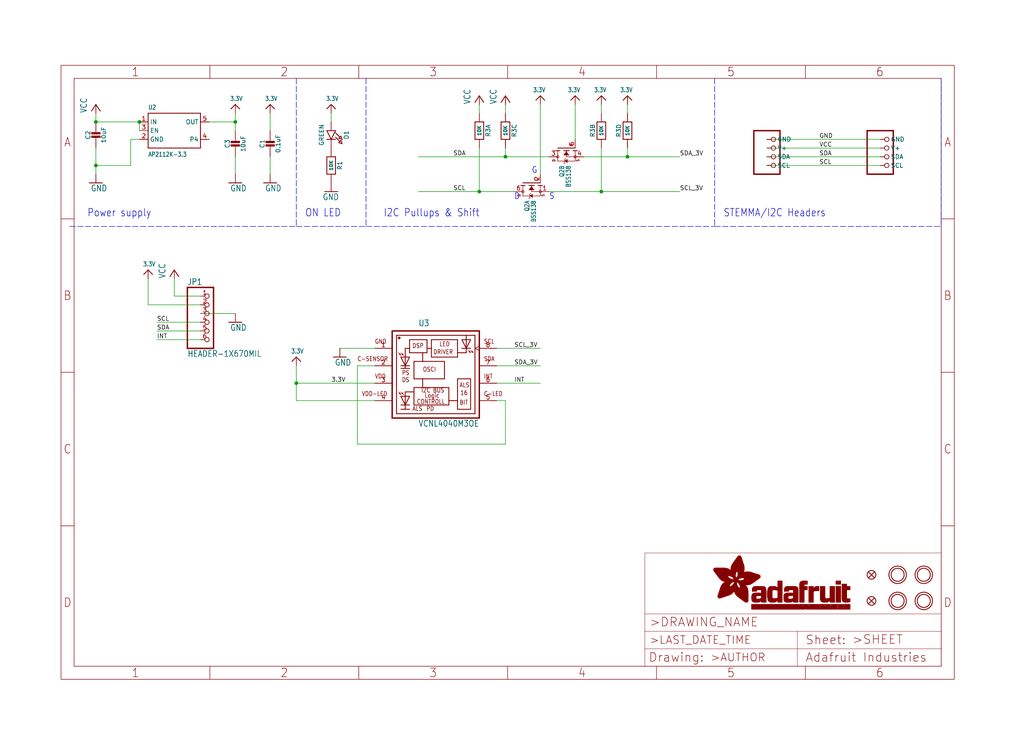
<source format=kicad_sch>
(kicad_sch (version 20211123) (generator eeschema)
  (paper "User" 298.45 217.881)
  (lib_symbols
    (symbol "eagleSchem-eagle-import:3.3V" (power)
      (property "Value" "3.3V" (at -1.524 1.016 0))
      (symbol "3.3V_1_0"
        (pin power_in line (at 0 -2.54 90) (length 2.54) (name "3.3V") (number "1"))
      )
    )
    (symbol "eagleSchem-eagle-import:CAP_CERAMIC0603_NO"
      (property "Reference" "C" (at -2.29 1.25 90))
      (property "Value" "CAP_CERAMIC0603_NO" (at 2.3 1.25 90))
      (symbol "CAP_CERAMIC0603_NO_1_0"
        (pin passive line (at 0 5.08 270) (length 2.54) (name "1") (number "1"))
        (pin passive line (at 0 -2.54 90) (length 2.54) (name "2") (number "2"))
      )
    )
    (symbol "eagleSchem-eagle-import:CAP_CERAMIC0805-NOOUTLINE"
      (property "Reference" "C" (at -2.29 1.25 90))
      (property "Value" "CAP_CERAMIC0805-NOOUTLINE" (at 2.3 1.25 90))
      (symbol "CAP_CERAMIC0805-NOOUTLINE_1_0"
        (pin passive line (at 0 5.08 270) (length 2.54) (name "1") (number "1"))
        (pin passive line (at 0 -2.54 90) (length 2.54) (name "2") (number "2"))
      )
    )
    (symbol "eagleSchem-eagle-import:FIDUCIAL_1MM")
    (symbol "eagleSchem-eagle-import:FRAME_A4_ADAFRUIT"
      (symbol "FRAME_A4_ADAFRUIT_0_0"
        (text "1" (at 21.6958 1.905 0) (effects (font (size 2.54 2.286))))
        (text "1" (at 21.6958 177.165 0) (effects (font (size 2.54 2.286))))
        (text "2" (at 65.0875 1.905 0) (effects (font (size 2.54 2.286))))
        (text "2" (at 65.0875 177.165 0) (effects (font (size 2.54 2.286))))
        (text "3" (at 108.4792 1.905 0) (effects (font (size 2.54 2.286))))
        (text "3" (at 108.4792 177.165 0) (effects (font (size 2.54 2.286))))
        (text "4" (at 151.8708 1.905 0) (effects (font (size 2.54 2.286))))
        (text "4" (at 151.8708 177.165 0) (effects (font (size 2.54 2.286))))
        (text "5" (at 195.2625 1.905 0) (effects (font (size 2.54 2.286))))
        (text "5" (at 195.2625 177.165 0) (effects (font (size 2.54 2.286))))
        (text "6" (at 238.6542 1.905 0) (effects (font (size 2.54 2.286))))
        (text "6" (at 238.6542 177.165 0) (effects (font (size 2.54 2.286))))
        (text "A" (at 1.905 156.6863 0) (effects (font (size 2.54 2.286))))
        (text "A" (at 258.445 156.6863 0) (effects (font (size 2.54 2.286))))
        (text "B" (at 1.905 111.9188 0) (effects (font (size 2.54 2.286))))
        (text "B" (at 258.445 111.9188 0) (effects (font (size 2.54 2.286))))
        (text "C" (at 1.905 67.1513 0) (effects (font (size 2.54 2.286))))
        (text "C" (at 258.445 67.1513 0) (effects (font (size 2.54 2.286))))
        (text "D" (at 1.905 22.3838 0) (effects (font (size 2.54 2.286))))
        (text "D" (at 258.445 22.3838 0) (effects (font (size 2.54 2.286))))
      )
      (symbol "FRAME_A4_ADAFRUIT_1_0"
        (text ">AUTHOR" (at 189.23 5.08 0) (effects (font (size 2.286 2.286)) (justify left bottom)))
        (text ">DRAWING_NAME" (at 171.45 15.24 0) (effects (font (size 2.54 2.54)) (justify left bottom)))
        (text ">LAST_DATE_TIME" (at 171.45 10.16 0) (effects (font (size 2.286 2.286)) (justify left bottom)))
        (text ">SHEET" (at 230.505 10.16 0) (effects (font (size 2.54 2.54)) (justify left bottom)))
        (text "Adafruit Industries" (at 216.916 4.953 0) (effects (font (size 2.54 2.54)) (justify left bottom)))
        (text "Drawing:" (at 171.196 4.953 0) (effects (font (size 2.54 2.54)) (justify left bottom)))
        (text "Sheet:" (at 216.916 10.033 0) (effects (font (size 2.54 2.54)) (justify left bottom)))
      )
    )
    (symbol "eagleSchem-eagle-import:GND" (power)
      (property "Value" "GND" (at -2.54 -2.54 0))
      (symbol "GND_1_0"
        (pin power_in line (at 0 2.54 270) (length 2.54) (name "GND") (number "1"))
      )
    )
    (symbol "eagleSchem-eagle-import:HEADER-1X670MIL"
      (property "Reference" "JP" (at -6.35 10.795 0))
      (property "Value" "HEADER-1X670MIL" (at -6.35 -10.16 0))
      (symbol "HEADER-1X670MIL_1_0"
        (pin passive inverted (at -2.54 7.62 0) (length 2.54) (name "1") (number "1"))
        (pin passive inverted (at -2.54 5.08 0) (length 2.54) (name "2") (number "2"))
        (pin passive inverted (at -2.54 2.54 0) (length 2.54) (name "3") (number "3"))
        (pin passive inverted (at -2.54 0 0) (length 2.54) (name "4") (number "4"))
        (pin passive inverted (at -2.54 -2.54 0) (length 2.54) (name "5") (number "5"))
        (pin passive inverted (at -2.54 -5.08 0) (length 2.54) (name "6") (number "6"))
      )
    )
    (symbol "eagleSchem-eagle-import:LED0603_NOOUTLINE"
      (property "Reference" "D" (at -1.27 4.445 0))
      (property "Value" "LED0603_NOOUTLINE" (at -1.27 -2.794 0))
      (symbol "LED0603_NOOUTLINE_1_0"
        (pin passive line (at -5.08 0 0) (length 2.54) (name "A") (number "A"))
        (pin passive line (at 2.54 0 180) (length 2.54) (name "C") (number "C"))
      )
    )
    (symbol "eagleSchem-eagle-import:MOSFET-N_DUAL"
      (property "Reference" "Q" (at 5.08 0.635 0))
      (property "Value" "MOSFET-N_DUAL" (at 5.08 -1.27 0))
      (symbol "MOSFET-N_DUAL_1_0"
        (text "D" (at 3.175 3.175 0) (effects (font (size 0.8128 0.6908)) (justify left bottom)))
        (text "G" (at -1.27 -1.905 0) (effects (font (size 0.8128 0.6908)) (justify left bottom)))
        (text "S" (at 3.175 -3.81 0) (effects (font (size 0.8128 0.6908)) (justify left bottom)))
        (pin bidirectional line (at 2.54 -5.08 90) (length 2.54) (name "S") (number "1"))
        (pin bidirectional line (at -2.54 -2.54 0) (length 2.54) (name "G") (number "2"))
        (pin bidirectional line (at 2.54 5.08 270) (length 2.54) (name "D") (number "6"))
      )
      (symbol "MOSFET-N_DUAL_2_0"
        (text "D" (at 3.175 3.175 0) (effects (font (size 0.8128 0.6908)) (justify left bottom)))
        (text "G" (at -1.27 -1.905 0) (effects (font (size 0.8128 0.6908)) (justify left bottom)))
        (text "S" (at 3.175 -3.81 0) (effects (font (size 0.8128 0.6908)) (justify left bottom)))
        (pin bidirectional line (at 2.54 5.08 270) (length 2.54) (name "D") (number "3"))
        (pin bidirectional line (at 2.54 -5.08 90) (length 2.54) (name "S") (number "4"))
        (pin bidirectional line (at -2.54 -2.54 0) (length 2.54) (name "G") (number "5"))
      )
    )
    (symbol "eagleSchem-eagle-import:MOUNTINGHOLE2.5")
    (symbol "eagleSchem-eagle-import:RESISTOR_0603_NOOUT"
      (property "Reference" "R" (at 0 2.54 0))
      (property "Value" "RESISTOR_0603_NOOUT" (at 0 0 0))
      (symbol "RESISTOR_0603_NOOUT_1_0"
        (pin passive line (at -5.08 0 0) (length 2.54) (name "1") (number "1"))
        (pin passive line (at 5.08 0 180) (length 2.54) (name "2") (number "2"))
      )
    )
    (symbol "eagleSchem-eagle-import:RESISTOR_4PACK"
      (property "Reference" "R" (at 0 2.54 0))
      (property "Value" "RESISTOR_4PACK" (at 0 0 0))
      (symbol "RESISTOR_4PACK_1_0"
        (pin passive line (at -5.08 0 0) (length 2.54) (name "1") (number "1"))
        (pin passive line (at 5.08 0 180) (length 2.54) (name "2") (number "8"))
      )
      (symbol "RESISTOR_4PACK_2_0"
        (pin passive line (at -5.08 0 0) (length 2.54) (name "1") (number "2"))
        (pin passive line (at 5.08 0 180) (length 2.54) (name "2") (number "7"))
      )
      (symbol "RESISTOR_4PACK_3_0"
        (pin passive line (at -5.08 0 0) (length 2.54) (name "1") (number "3"))
        (pin passive line (at 5.08 0 180) (length 2.54) (name "2") (number "6"))
      )
      (symbol "RESISTOR_4PACK_4_0"
        (pin passive line (at -5.08 0 0) (length 2.54) (name "1") (number "4"))
        (pin passive line (at 5.08 0 180) (length 2.54) (name "2") (number "5"))
      )
    )
    (symbol "eagleSchem-eagle-import:STEMMA_I2C_QT"
      (symbol "STEMMA_I2C_QT_1_0"
        (pin passive inverted (at 0 5.08 0) (length 2.54) (name "GND") (number "1"))
        (pin passive inverted (at 0 2.54 0) (length 2.54) (name "V+") (number "2"))
        (pin passive inverted (at 0 0 0) (length 2.54) (name "SDA") (number "3"))
        (pin passive inverted (at 0 -2.54 0) (length 2.54) (name "SCL") (number "4"))
      )
      (symbol "STEMMA_I2C_QT_2_0"
        (pin bidirectional line (at 0 0 0) (length 5.08) (name "MT") (number "MT1"))
      )
      (symbol "STEMMA_I2C_QT_3_0"
        (pin bidirectional line (at 0 0 0) (length 5.08) (name "MT") (number "MT2"))
      )
    )
    (symbol "eagleSchem-eagle-import:VCC" (power)
      (property "Value" "VCC" (at -2.54 -2.54 90))
      (symbol "VCC_1_0"
        (pin power_in line (at 0 -2.54 90) (length 2.54) (name "VCC") (number "1"))
      )
    )
    (symbol "eagleSchem-eagle-import:VCNL4040M3OE"
      (property "Reference" "U" (at -5.0878 13.9915 0))
      (property "Value" "VCNL4040M3OE" (at -5.0849 -15.2548 0))
      (symbol "VCNL4040M3OE_1_0"
        (text "16" (at 7.116 -6.0994 0) (effects (font (size 1.2707 1.08)) (justify left bottom)))
        (text "ALS" (at -6.8688 -10.6848 0) (effects (font (size 1.272 1.0812)) (justify left bottom)))
        (text "ALS" (at 6.8676 -3.8153 0) (effects (font (size 1.2717 1.0809)) (justify left bottom)))
        (text "BIT" (at 6.8643 -8.8982 0) (effects (font (size 1.2711 1.0804)) (justify left bottom)))
        (text "C-LED" (at 13.9811 -6.355 0) (effects (font (size 1.271 1.0803)) (justify left bottom)))
        (text "C-SENSOR" (at -22.8829 3.8138 0) (effects (font (size 1.2712 1.0805)) (justify left bottom)))
        (text "CONTROLL" (at -5.5929 -8.6436 0) (effects (font (size 1.2711 1.0804)) (justify left bottom)))
        (text "DRIVER" (at -0.7628 5.8487 0) (effects (font (size 1.2714 1.0806)) (justify left bottom)))
        (text "DS" (at -9.9084 -2.2865 0) (effects (font (size 1.2703 1.0797)) (justify left bottom)))
        (text "DSP" (at -6.8686 7.6318 0) (effects (font (size 1.2719 1.0811)) (justify left bottom)))
        (text "GND" (at -17.8006 8.9003 0) (effects (font (size 1.2714 1.0806)) (justify left bottom)))
        (text "I2C BUS" (at -4.3215 -5.3384 0) (effects (font (size 1.271 1.0803)) (justify left bottom)))
        (text "INT" (at 13.9802 -1.2709 0) (effects (font (size 1.2709 1.0802)) (justify left bottom)))
        (text "LED" (at 1.0163 8.1303 0) (effects (font (size 1.2703 1.0797)) (justify left bottom)))
        (text "Logic" (at -3.3078 -6.8701 0) (effects (font (size 1.2722 1.0813)) (justify left bottom)))
        (text "OSCI" (at -3.8133 0.7626 0) (effects (font (size 1.2711 1.0804)) (justify left bottom)))
        (text "PD" (at -2.7946 -10.6706 0) (effects (font (size 1.2703 1.0797)) (justify left bottom)))
        (text "PS" (at -9.9181 -0.2543 0) (effects (font (size 1.2715 1.0807)) (justify left bottom)))
        (text "SCL" (at 13.9972 8.9073 0) (effects (font (size 1.2724 1.0815)) (justify left bottom)))
        (text "SDA" (at 13.9854 3.8141 0) (effects (font (size 1.2714 1.0806)) (justify left bottom)))
        (text "VDD" (at -17.7928 -1.2709 0) (effects (font (size 1.2709 1.0802)) (justify left bottom)))
        (text "VDD-LED" (at -21.6 -6.3529 0) (effects (font (size 1.2705 1.0799)) (justify left bottom)))
        (pin power_in line (at -17.78 7.62 0) (length 5.08) (name "GND") (number "1"))
        (pin output line (at -17.78 2.54 0) (length 5.08) (name "C-SENSOR") (number "2"))
        (pin power_in line (at -17.78 -2.54 0) (length 5.08) (name "VDD") (number "3"))
        (pin power_in line (at -17.78 -7.62 0) (length 5.08) (name "VDD-LED") (number "4"))
        (pin output line (at 17.78 -7.62 180) (length 5.08) (name "C-LED") (number "5"))
        (pin output line (at 17.78 -2.54 180) (length 5.08) (name "INT") (number "6"))
        (pin bidirectional line (at 17.78 2.54 180) (length 5.08) (name "SDA") (number "7"))
        (pin input clock (at 17.78 7.62 180) (length 5.08) (name "SCL") (number "8"))
      )
    )
    (symbol "eagleSchem-eagle-import:VREG_SOT23-5"
      (property "Reference" "U" (at -7.62 6.096 0))
      (property "Value" "VREG_SOT23-5" (at -7.62 -7.62 0))
      (symbol "VREG_SOT23-5_1_0"
        (pin power_in line (at -10.16 2.54 0) (length 2.54) (name "IN") (number "1"))
        (pin power_in line (at -10.16 -2.54 0) (length 2.54) (name "GND") (number "2"))
        (pin input line (at -10.16 0 0) (length 2.54) (name "EN") (number "3"))
        (pin bidirectional line (at 10.16 -2.54 180) (length 2.54) (name "P4") (number "4"))
        (pin power_in line (at 10.16 2.54 180) (length 2.54) (name "OUT") (number "5"))
      )
    )
  )
  (junction (at 86.36 111.76))
  (junction (at 40.64 35.56))
  (junction (at 182.88 45.72))
  (junction (at 27.94 48.26))
  (junction (at 147.32 45.72))
  (junction (at 175.26 55.88))
  (junction (at 139.7 55.88))
  (junction (at 68.58 35.56))
  (junction (at 27.94 35.56))
  (wire (pts (xy 50.8 86.36) (xy 50.8 81.28)))
  (polyline (pts (xy 106.68 66.04) (xy 208.28 66.04)))
  (wire (pts (xy 104.14 106.68) (xy 104.14 129.54)))
  (wire (pts (xy 40.64 40.64) (xy 38.1 40.64)))
  (wire (pts (xy 58.42 91.44) (xy 68.58 91.44)))
  (wire (pts (xy 149.86 55.88) (xy 139.7 55.88)))
  (wire (pts (xy 139.7 55.88) (xy 121.92 55.88)))
  (wire (pts (xy 175.26 55.88) (xy 198.12 55.88)))
  (wire (pts (xy 58.42 88.9) (xy 43.18 88.9)))
  (wire (pts (xy 104.14 129.54) (xy 147.32 129.54)))
  (wire (pts (xy 223.52 48.26) (xy 256.54 48.26)))
  (wire (pts (xy 182.88 33.02) (xy 182.88 30.48)))
  (polyline (pts (xy 20.32 66.04) (xy 86.36 66.04)))
  (wire (pts (xy 96.52 35.56) (xy 96.52 33.02)))
  (wire (pts (xy 182.88 45.72) (xy 198.12 45.72)))
  (wire (pts (xy 38.1 48.26) (xy 27.94 48.26)))
  (wire (pts (xy 27.94 48.26) (xy 27.94 43.18)))
  (wire (pts (xy 175.26 33.02) (xy 175.26 30.48)))
  (wire (pts (xy 144.78 101.6) (xy 157.48 101.6)))
  (wire (pts (xy 86.36 116.84) (xy 109.22 116.84)))
  (wire (pts (xy 223.52 43.18) (xy 256.54 43.18)))
  (wire (pts (xy 157.48 50.8) (xy 157.48 30.48)))
  (wire (pts (xy 60.96 35.56) (xy 68.58 35.56)))
  (wire (pts (xy 40.64 38.1) (xy 40.64 35.56)))
  (wire (pts (xy 256.54 40.64) (xy 223.52 40.64)))
  (wire (pts (xy 86.36 111.76) (xy 86.36 116.84)))
  (wire (pts (xy 160.02 45.72) (xy 147.32 45.72)))
  (wire (pts (xy 58.42 96.52) (xy 45.72 96.52)))
  (wire (pts (xy 68.58 35.56) (xy 68.58 33.02)))
  (wire (pts (xy 147.32 129.54) (xy 147.32 116.84)))
  (wire (pts (xy 86.36 111.76) (xy 86.36 106.68)))
  (wire (pts (xy 147.32 33.02) (xy 147.32 30.48)))
  (wire (pts (xy 68.58 35.56) (xy 68.58 38.1)))
  (wire (pts (xy 182.88 43.18) (xy 182.88 45.72)))
  (wire (pts (xy 78.74 33.02) (xy 78.74 38.1)))
  (polyline (pts (xy 106.68 22.86) (xy 106.68 66.04)))
  (wire (pts (xy 160.02 55.88) (xy 175.26 55.88)))
  (polyline (pts (xy 86.36 22.86) (xy 86.36 66.04)))
  (wire (pts (xy 40.64 35.56) (xy 27.94 35.56)))
  (polyline (pts (xy 208.28 22.86) (xy 208.28 66.04)))
  (wire (pts (xy 109.22 106.68) (xy 104.14 106.68)))
  (wire (pts (xy 58.42 93.98) (xy 45.72 93.98)))
  (wire (pts (xy 109.22 111.76) (xy 86.36 111.76)))
  (wire (pts (xy 68.58 45.72) (xy 68.58 50.8)))
  (wire (pts (xy 175.26 43.18) (xy 175.26 55.88)))
  (wire (pts (xy 38.1 40.64) (xy 38.1 48.26)))
  (wire (pts (xy 43.18 88.9) (xy 43.18 81.28)))
  (wire (pts (xy 139.7 30.48) (xy 139.7 33.02)))
  (wire (pts (xy 147.32 116.84) (xy 144.78 116.84)))
  (wire (pts (xy 157.48 111.76) (xy 144.78 111.76)))
  (wire (pts (xy 157.48 106.68) (xy 144.78 106.68)))
  (wire (pts (xy 109.22 101.6) (xy 99.06 101.6)))
  (polyline (pts (xy 274.32 22.86) (xy 274.32 66.04)))
  (wire (pts (xy 27.94 48.26) (xy 27.94 50.8)))
  (wire (pts (xy 256.54 45.72) (xy 223.52 45.72)))
  (wire (pts (xy 139.7 43.18) (xy 139.7 55.88)))
  (wire (pts (xy 27.94 33.02) (xy 27.94 35.56)))
  (wire (pts (xy 167.64 40.64) (xy 167.64 30.48)))
  (polyline (pts (xy 86.36 66.04) (xy 106.68 66.04)))
  (polyline (pts (xy 208.28 66.04) (xy 274.32 66.04)))
  (wire (pts (xy 170.18 45.72) (xy 182.88 45.72)))
  (wire (pts (xy 58.42 86.36) (xy 50.8 86.36)))
  (wire (pts (xy 58.42 99.06) (xy 45.72 99.06)))
  (wire (pts (xy 147.32 43.18) (xy 147.32 45.72)))
  (wire (pts (xy 78.74 45.72) (xy 78.74 50.8)))
  (wire (pts (xy 147.32 45.72) (xy 121.92 45.72)))
  (text "ON LED" (at 88.9 63.5 180) (effects (font (size 2.1844 1.8567)) (justify left bottom)))
  (text "S" (at 160.02 58.42 180) (effects (font (size 1.778 1.5113)) (justify left bottom)))
  (text "D" (at 149.86 58.42 180) (effects (font (size 1.778 1.5113)) (justify left bottom)))
  (text "I2C Pullups & Shift" (at 111.76 63.5 180) (effects (font (size 2.1844 1.8567)) (justify left bottom)))
  (text "G" (at 154.94 50.8 180) (effects (font (size 1.778 1.5113)) (justify left bottom)))
  (text "Power supply" (at 25.4 63.5 180) (effects (font (size 2.1844 1.8567)) (justify left bottom)))
  (text "STEMMA/I2C Headers" (at 210.82 63.5 180) (effects (font (size 2.1844 1.8567)) (justify left bottom)))
  (label "SDA" (at 132.08 45.72 0) (effects (font (size 1.2446 1.2446))))
  (label "VCC" (at 238.76 43.18 0) (effects (font (size 1.2446 1.2446))))
  (label "SDA_3V" (at 149.86 106.68 0) (effects (font (size 1.2446 1.2446))))
  (label "INT" (at 45.72 99.06 0) (effects (font (size 1.2446 1.2446))))
  (label "SCL_3V" (at 198.12 55.88 0) (effects (font (size 1.2446 1.2446))))
  (label "3.3V" (at 96.52 111.76 0) (effects (font (size 1.2446 1.2446))))
  (label "SDA_3V" (at 198.12 45.72 0) (effects (font (size 1.2446 1.2446))))
  (label "GND" (at 238.76 40.64 0) (effects (font (size 1.2446 1.2446))))
  (label "SCL_3V" (at 149.86 101.6 0) (effects (font (size 1.2446 1.2446))))
  (label "SCL" (at 238.76 48.26 0) (effects (font (size 1.2446 1.2446))))
  (label "INT" (at 149.86 111.76 0) (effects (font (size 1.2446 1.2446))))
  (label "SDA" (at 238.76 45.72 0) (effects (font (size 1.2446 1.2446))))
  (label "SCL" (at 132.08 55.88 0) (effects (font (size 1.2446 1.2446))))
  (label "SCL" (at 45.72 93.98 0) (effects (font (size 1.2446 1.2446))))
  (label "SDA" (at 45.72 96.52 0) (effects (font (size 1.2446 1.2446))))
  (symbol (lib_id "eagleSchem-eagle-import:3.3V") (at 86.36 104.14 0) (unit 1)
    (property "Reference" "#U$29" (effects hide))
    (property "Value" "3.3V" (at 84.836 103.124 0) (effects (font (size 1.27 1.0795)) (justify left bottom)))
    (property "Footprint" "eagleSchem:" (effects hide))
  )
  (symbol (lib_id "eagleSchem-eagle-import:CAP_CERAMIC0603_NO") (at 78.74 43.18 0) (unit 1)
    (property "Reference" "C1" (at 76.45 41.93 90))
    (property "Value" "0.1uF" (at 81.04 41.93 90))
    (property "Footprint" "eagleSchem:0603-NO" (effects hide))
  )
  (symbol (lib_id "eagleSchem-eagle-import:MOUNTINGHOLE2.5") (at 269.24 167.64 0) (unit 1)
    (property "Reference" "U$19" (effects hide))
    (property "Value" "MOUNTINGHOLE2.5" (effects hide))
    (property "Footprint" "eagleSchem:MOUNTINGHOLE_2.5_PLATED" (effects hide))
  )
  (symbol (lib_id "eagleSchem-eagle-import:MOUNTINGHOLE2.5") (at 261.62 167.64 0) (unit 1)
    (property "Reference" "U$17" (effects hide))
    (property "Value" "MOUNTINGHOLE2.5" (effects hide))
    (property "Footprint" "eagleSchem:MOUNTINGHOLE_2.5_PLATED" (effects hide))
  )
  (symbol (lib_id "eagleSchem-eagle-import:STEMMA_I2C_QT") (at 223.52 45.72 0) (unit 1)
    (property "Reference" "CONN3" (effects hide))
    (property "Value" "STEMMA_I2C_QT" (effects hide))
    (property "Footprint" "eagleSchem:JST_SH4" (effects hide))
  )
  (symbol (lib_id "eagleSchem-eagle-import:3.3V") (at 157.48 27.94 0) (mirror y) (unit 1)
    (property "Reference" "#U$26" (effects hide))
    (property "Value" "3.3V" (at 159.004 26.924 0) (effects (font (size 1.27 1.0795)) (justify left bottom)))
    (property "Footprint" "eagleSchem:" (effects hide))
  )
  (symbol (lib_id "eagleSchem-eagle-import:FIDUCIAL_1MM") (at 254 167.64 0) (unit 1)
    (property "Reference" "FID4" (effects hide))
    (property "Value" "FIDUCIAL_1MM" (effects hide))
    (property "Footprint" "eagleSchem:FIDUCIAL_1MM" (effects hide))
  )
  (symbol (lib_id "eagleSchem-eagle-import:3.3V") (at 68.58 30.48 0) (unit 1)
    (property "Reference" "#U$15" (effects hide))
    (property "Value" "3.3V" (at 67.056 29.464 0) (effects (font (size 1.27 1.0795)) (justify left bottom)))
    (property "Footprint" "eagleSchem:" (effects hide))
  )
  (symbol (lib_id "eagleSchem-eagle-import:RESISTOR_4PACK") (at 182.88 38.1 90) (mirror x) (unit 4)
    (property "Reference" "R3" (at 180.34 38.1 0))
    (property "Value" "10K" (at 182.88 38.1 0) (effects (font (size 1.016 1.016) bold)))
    (property "Footprint" "eagleSchem:RESPACK_4X0603" (effects hide))
  )
  (symbol (lib_id "eagleSchem-eagle-import:FIDUCIAL_1MM") (at 254 175.26 0) (unit 1)
    (property "Reference" "FID3" (effects hide))
    (property "Value" "FIDUCIAL_1MM" (effects hide))
    (property "Footprint" "eagleSchem:FIDUCIAL_1MM" (effects hide))
  )
  (symbol (lib_id "eagleSchem-eagle-import:LED0603_NOOUTLINE") (at 96.52 40.64 270) (unit 1)
    (property "Reference" "D1" (at 100.965 39.37 0))
    (property "Value" "GREEN" (at 93.726 39.37 0))
    (property "Footprint" "eagleSchem:CHIPLED_0603_NOOUTLINE" (effects hide))
  )
  (symbol (lib_id "eagleSchem-eagle-import:RESISTOR_4PACK") (at 139.7 38.1 270) (unit 1)
    (property "Reference" "R3" (at 142.24 38.1 0))
    (property "Value" "10K" (at 139.7 38.1 0) (effects (font (size 1.016 1.016) bold)))
    (property "Footprint" "eagleSchem:RESPACK_4X0603" (effects hide))
  )
  (symbol (lib_id "eagleSchem-eagle-import:MOSFET-N_DUAL") (at 154.94 53.34 90) (mirror x) (unit 1)
    (property "Reference" "Q2" (at 154.305 58.42 0) (effects (font (size 1.27 1.0795)) (justify left bottom)))
    (property "Value" "BSS138" (at 156.21 58.42 0) (effects (font (size 1.27 1.0795)) (justify left bottom)))
    (property "Footprint" "eagleSchem:SOT363" (effects hide))
  )
  (symbol (lib_id "eagleSchem-eagle-import:VCNL4040M3OE") (at 127 109.22 0) (unit 1)
    (property "Reference" "U3" (at 121.9121 95.2285 0) (effects (font (size 1.7807 1.5135)) (justify left bottom)))
    (property "Value" "VCNL4040M3OE" (at 121.915 124.4748 0) (effects (font (size 1.7797 1.5127)) (justify left bottom)))
    (property "Footprint" "eagleSchem:VISHAY_VCNL4040_4X2X1.1" (effects hide))
  )
  (symbol (lib_id "eagleSchem-eagle-import:GND") (at 78.74 53.34 0) (unit 1)
    (property "Reference" "#U$6" (effects hide))
    (property "Value" "GND" (at 77.216 55.88 0) (effects (font (size 1.778 1.5113)) (justify left bottom)))
    (property "Footprint" "eagleSchem:" (effects hide))
  )
  (symbol (lib_id "eagleSchem-eagle-import:GND") (at 68.58 93.98 0) (unit 1)
    (property "Reference" "#U$10" (effects hide))
    (property "Value" "GND" (at 67.056 96.52 0) (effects (font (size 1.778 1.5113)) (justify left bottom)))
    (property "Footprint" "eagleSchem:" (effects hide))
  )
  (symbol (lib_id "eagleSchem-eagle-import:RESISTOR_4PACK") (at 175.26 38.1 90) (mirror x) (unit 2)
    (property "Reference" "R3" (at 172.72 38.1 0))
    (property "Value" "10K" (at 175.26 38.1 0) (effects (font (size 1.016 1.016) bold)))
    (property "Footprint" "eagleSchem:RESPACK_4X0603" (effects hide))
  )
  (symbol (lib_id "eagleSchem-eagle-import:3.3V") (at 78.74 30.48 0) (unit 1)
    (property "Reference" "#U$14" (effects hide))
    (property "Value" "3.3V" (at 77.216 29.464 0) (effects (font (size 1.27 1.0795)) (justify left bottom)))
    (property "Footprint" "eagleSchem:" (effects hide))
  )
  (symbol (lib_id "eagleSchem-eagle-import:RESISTOR_4PACK") (at 147.32 38.1 270) (unit 3)
    (property "Reference" "R3" (at 149.86 38.1 0))
    (property "Value" "10K" (at 147.32 38.1 0) (effects (font (size 1.016 1.016) bold)))
    (property "Footprint" "eagleSchem:RESPACK_4X0603" (effects hide))
  )
  (symbol (lib_id "eagleSchem-eagle-import:3.3V") (at 182.88 27.94 0) (mirror y) (unit 1)
    (property "Reference" "#U$7" (effects hide))
    (property "Value" "3.3V" (at 184.404 26.924 0) (effects (font (size 1.27 1.0795)) (justify left bottom)))
    (property "Footprint" "eagleSchem:" (effects hide))
  )
  (symbol (lib_id "eagleSchem-eagle-import:3.3V") (at 96.52 30.48 0) (unit 1)
    (property "Reference" "#U$3" (effects hide))
    (property "Value" "3.3V" (at 94.996 29.464 0) (effects (font (size 1.27 1.0795)) (justify left bottom)))
    (property "Footprint" "eagleSchem:" (effects hide))
  )
  (symbol (lib_id "eagleSchem-eagle-import:FRAME_A4_ADAFRUIT") (at 17.78 198.12 0) (unit 1)
    (property "Reference" "#U$18" (effects hide))
    (property "Value" "FRAME_A4_ADAFRUIT" (effects hide))
    (property "Footprint" "eagleSchem:" (effects hide))
  )
  (symbol (lib_id "eagleSchem-eagle-import:VCC") (at 139.7 27.94 0) (unit 1)
    (property "Reference" "#P+1" (effects hide))
    (property "Value" "VCC" (at 137.16 30.48 90) (effects (font (size 1.778 1.5113)) (justify left bottom)))
    (property "Footprint" "eagleSchem:" (effects hide))
  )
  (symbol (lib_id "eagleSchem-eagle-import:3.3V") (at 43.18 78.74 0) (unit 1)
    (property "Reference" "#U$16" (effects hide))
    (property "Value" "3.3V" (at 41.656 77.724 0) (effects (font (size 1.27 1.0795)) (justify left bottom)))
    (property "Footprint" "eagleSchem:" (effects hide))
  )
  (symbol (lib_id "eagleSchem-eagle-import:GND") (at 27.94 53.34 0) (unit 1)
    (property "Reference" "#U$13" (effects hide))
    (property "Value" "GND" (at 26.416 55.88 0) (effects (font (size 1.778 1.5113)) (justify left bottom)))
    (property "Footprint" "eagleSchem:" (effects hide))
  )
  (symbol (lib_id "eagleSchem-eagle-import:MOSFET-N_DUAL") (at 165.1 43.18 90) (mirror x) (unit 2)
    (property "Reference" "Q2" (at 164.465 48.26 0) (effects (font (size 1.27 1.0795)) (justify left bottom)))
    (property "Value" "BSS138" (at 166.37 48.26 0) (effects (font (size 1.27 1.0795)) (justify left bottom)))
    (property "Footprint" "eagleSchem:SOT363" (effects hide))
  )
  (symbol (lib_id "eagleSchem-eagle-import:VCC") (at 147.32 27.94 0) (unit 1)
    (property "Reference" "#P+2" (effects hide))
    (property "Value" "VCC" (at 144.78 30.48 90) (effects (font (size 1.778 1.5113)) (justify left bottom)))
    (property "Footprint" "eagleSchem:" (effects hide))
  )
  (symbol (lib_id "eagleSchem-eagle-import:3.3V") (at 175.26 27.94 0) (mirror y) (unit 1)
    (property "Reference" "#U$24" (effects hide))
    (property "Value" "3.3V" (at 176.784 26.924 0) (effects (font (size 1.27 1.0795)) (justify left bottom)))
    (property "Footprint" "eagleSchem:" (effects hide))
  )
  (symbol (lib_id "eagleSchem-eagle-import:CAP_CERAMIC0805-NOOUTLINE") (at 27.94 40.64 0) (unit 1)
    (property "Reference" "C2" (at 25.65 39.39 90))
    (property "Value" "10uF" (at 30.24 39.39 90))
    (property "Footprint" "eagleSchem:0805-NO" (effects hide))
  )
  (symbol (lib_id "eagleSchem-eagle-import:MOUNTINGHOLE2.5") (at 269.24 175.26 0) (unit 1)
    (property "Reference" "U$21" (effects hide))
    (property "Value" "MOUNTINGHOLE2.5" (effects hide))
    (property "Footprint" "eagleSchem:MOUNTINGHOLE_2.5_PLATED" (effects hide))
  )
  (symbol (lib_id "eagleSchem-eagle-import:CAP_CERAMIC0805-NOOUTLINE") (at 68.58 43.18 0) (unit 1)
    (property "Reference" "C3" (at 66.29 41.93 90))
    (property "Value" "10uF" (at 70.88 41.93 90))
    (property "Footprint" "eagleSchem:0805-NO" (effects hide))
  )
  (symbol (lib_id "eagleSchem-eagle-import:GND") (at 96.52 55.88 0) (unit 1)
    (property "Reference" "#GND6" (effects hide))
    (property "Value" "GND" (at 93.98 58.42 0) (effects (font (size 1.778 1.5113)) (justify left bottom)))
    (property "Footprint" "eagleSchem:" (effects hide))
  )
  (symbol (lib_id "eagleSchem-eagle-import:3.3V") (at 167.64 27.94 0) (mirror y) (unit 1)
    (property "Reference" "#U$23" (effects hide))
    (property "Value" "3.3V" (at 169.164 26.924 0) (effects (font (size 1.27 1.0795)) (justify left bottom)))
    (property "Footprint" "eagleSchem:" (effects hide))
  )
  (symbol (lib_id "eagleSchem-eagle-import:VCC") (at 50.8 78.74 0) (unit 1)
    (property "Reference" "#P+4" (effects hide))
    (property "Value" "VCC" (at 48.26 81.28 90) (effects (font (size 1.778 1.5113)) (justify left bottom)))
    (property "Footprint" "eagleSchem:" (effects hide))
  )
  (symbol (lib_id "eagleSchem-eagle-import:HEADER-1X670MIL") (at 60.96 93.98 0) (unit 1)
    (property "Reference" "JP1" (at 54.61 83.185 0) (effects (font (size 1.778 1.5113)) (justify left bottom)))
    (property "Value" "HEADER-1X670MIL" (at 54.61 104.14 0) (effects (font (size 1.778 1.5113)) (justify left bottom)))
    (property "Footprint" "eagleSchem:1X06_ROUND_70" (effects hide))
  )
  (symbol (lib_id "eagleSchem-eagle-import:VCC") (at 27.94 30.48 0) (unit 1)
    (property "Reference" "#P+3" (effects hide))
    (property "Value" "VCC" (at 25.4 33.02 90) (effects (font (size 1.778 1.5113)) (justify left bottom)))
    (property "Footprint" "eagleSchem:" (effects hide))
  )
  (symbol (lib_id "eagleSchem-eagle-import:GND") (at 68.58 53.34 0) (unit 1)
    (property "Reference" "#U$5" (effects hide))
    (property "Value" "GND" (at 67.056 55.88 0) (effects (font (size 1.778 1.5113)) (justify left bottom)))
    (property "Footprint" "eagleSchem:" (effects hide))
  )
  (symbol (lib_id "eagleSchem-eagle-import:MOUNTINGHOLE2.5") (at 261.62 175.26 0) (unit 1)
    (property "Reference" "U$1" (effects hide))
    (property "Value" "MOUNTINGHOLE2.5" (effects hide))
    (property "Footprint" "eagleSchem:MOUNTINGHOLE_2.5_PLATED" (effects hide))
  )
  (symbol (lib_id "eagleSchem-eagle-import:RESISTOR_0603_NOOUT") (at 96.52 48.26 270) (unit 1)
    (property "Reference" "R1" (at 99.06 48.26 0))
    (property "Value" "10K" (at 96.52 48.26 0) (effects (font (size 1.016 1.016) bold)))
    (property "Footprint" "eagleSchem:0603-NO" (effects hide))
  )
  (symbol (lib_id "eagleSchem-eagle-import:VREG_SOT23-5") (at 50.8 38.1 0) (unit 1)
    (property "Reference" "U2" (at 43.18 32.004 0) (effects (font (size 1.27 1.0795)) (justify left bottom)))
    (property "Value" "AP2112K-3.3" (at 43.18 45.72 0) (effects (font (size 1.27 1.0795)) (justify left bottom)))
    (property "Footprint" "eagleSchem:SOT23-5" (effects hide))
  )
  (symbol (lib_id "eagleSchem-eagle-import:GND") (at 99.06 104.14 0) (unit 1)
    (property "Reference" "#U$28" (effects hide))
    (property "Value" "GND" (at 97.536 106.68 0) (effects (font (size 1.778 1.5113)) (justify left bottom)))
    (property "Footprint" "eagleSchem:" (effects hide))
  )
  (symbol (lib_id "eagleSchem-eagle-import:STEMMA_I2C_QT") (at 256.54 45.72 0) (unit 1)
    (property "Reference" "CONN4" (effects hide))
    (property "Value" "STEMMA_I2C_QT" (effects hide))
    (property "Footprint" "eagleSchem:JST_SH4" (effects hide))
  )
)
</source>
